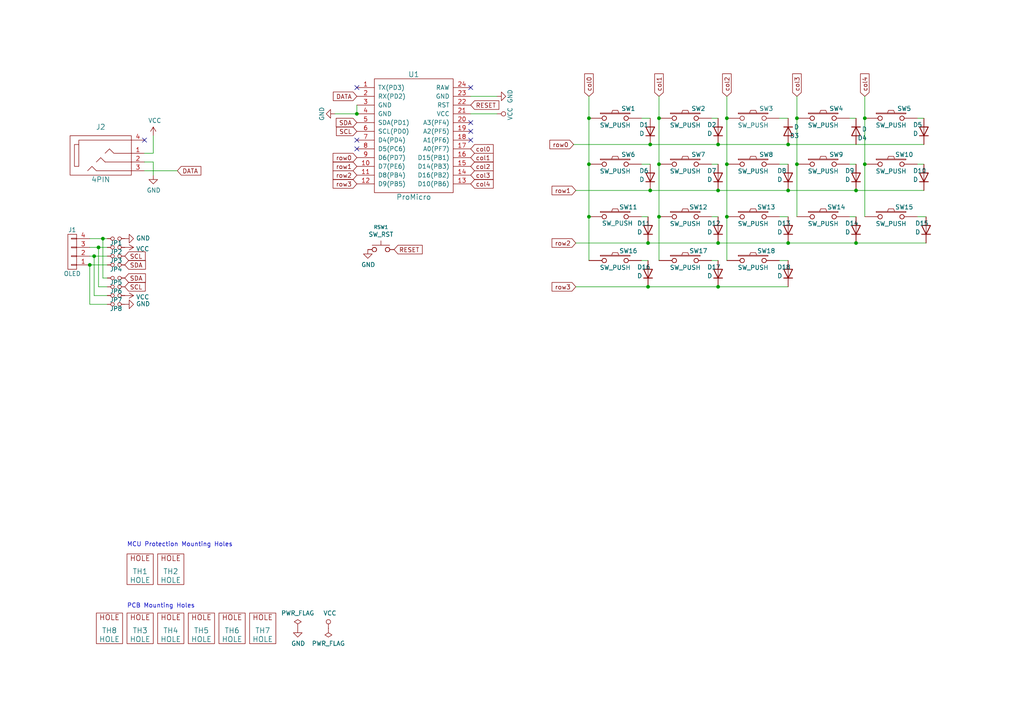
<source format=kicad_sch>
(kicad_sch (version 20211123) (generator eeschema)
  (paper "A4")
  (title_block (title "Yggdrasil") (rev "1.0.0") (company "LoyalPotato"))
  (lib_symbols
    (symbol "Device:D" (pin_numbers hide) (pin_names (offset 1.016) hide)
      (property "Reference" "D" (at 0 2.54 0))
      (property "Value" "D" (at 0 -2.54 0))
      (symbol "D_0_1"
        (polyline (pts (xy -1.27 1.27) (xy -1.27 -1.27)) (stroke (width 0.254)))
        (polyline (pts (xy 1.27 0) (xy -1.27 0)))
        (polyline (pts (xy 1.27 1.27) (xy 1.27 -1.27) (xy -1.27 0) (xy 1.27 1.27)) (stroke (width 0.254)))
      )
      (symbol "D_1_1"
        (pin passive line (at -3.81 0 0) (length 2.54) (name "K") (number "1"))
        (pin passive line (at 3.81 0 180) (length 2.54) (name "A") (number "2"))
      )
    )
    (symbol "Lily58:Device-Jumper_NO_Small" (pin_numbers hide) (pin_names (offset 0.762) hide)
      (property "Reference" "JP" (at 0 2.032 0))
      (property "Value" "Device-Jumper_NO_Small" (at 0.254 -1.524 0))
      (symbol "Device-Jumper_NO_Small_0_1"
        (circle (center -1.016 0) (radius 0.508))
        (circle (center 1.016 0) (radius 0.508))
        (pin passive line (at -2.54 0 0) (length 1.016) (name "1") (number "1"))
        (pin passive line (at 2.54 0 180) (length 1.016) (name "2") (number "2"))
      )
    )
    (symbol "Lily58:Lily58-cache-GND" (power) (pin_names (offset 0))
      (property "Value" "Lily58-cache-GND" (at 0 -3.81 0))
      (symbol "Lily58-cache-GND_1_1"
        (polyline (pts (xy 0 0) (xy 0 -1.27) (xy 1.27 -1.27) (xy 0 -2.54) (xy -1.27 -1.27) (xy 0 -1.27)))
        (pin power_in line (at 0 0 0) (length 0) hide (name "GND") (number "1"))
      )
    )
    (symbol "Lily58:Lily58-cache-HOLE" (pin_names (offset 1.016))
      (property "Reference" "U" (at 0 0 0))
      (property "Value" "Lily58-cache-HOLE" (at 0 -5.08 0))
      (symbol "Lily58-cache-HOLE_0_0"
        (text "HOLE" (at 0 3.81 0) (effects (font (size 1.524 1.524))))
      )
      (symbol "Lily58-cache-HOLE_0_1"
        (rectangle (start 3.81 5.08) (end -3.81 -3.81))
      )
    )
    (symbol "Lily58:Lily58-cache-MJ-4PP-9" (pin_names (offset 1.016))
      (property "Reference" "J" (at -8.89 -7.62 0))
      (property "Value" "Lily58-cache-MJ-4PP-9" (at -3.81 6.35 0))
      (symbol "Lily58-cache-MJ-4PP-9_0_1"
        (rectangle (start -7.62 2.54) (end -8.89 -3.81))
        (polyline (pts (xy 2.54 0) (xy 7.62 0)))
        (polyline (pts (xy -2.54 -5.08) (xy 7.62 -5.08) (xy 7.62 -5.08)))
        (polyline (pts (xy 0 -2.54) (xy -1.27 -1.27) (xy -2.54 -2.54)))
        (polyline (pts (xy 0 0) (xy 1.27 1.27) (xy 2.54 0)))
        (polyline (pts (xy 7.62 3.81) (xy -7.62 3.81) (xy -7.62 2.54)))
        (polyline (pts (xy -2.54 -5.08) (xy -3.81 -3.81) (xy -5.08 -5.08) (xy -5.08 -5.08)))
        (polyline (pts (xy 0 -2.54) (xy 7.62 -2.54) (xy 7.62 -2.54) (xy 7.62 -2.54)))
        (rectangle (start 7.62 -6.35) (end -10.16 5.08))
      )
      (symbol "Lily58-cache-MJ-4PP-9_1_1"
        (pin passive line (at 11.43 0 180) (length 3.81) (name "~") (number "1"))
        (pin passive line (at 11.43 -2.54 180) (length 3.81) (name "~") (number "2"))
        (pin passive line (at 11.43 -5.08 180) (length 3.81) (name "~") (number "3"))
        (pin passive line (at 11.43 3.81 180) (length 3.81) (name "~") (number "4"))
      )
    )
    (symbol "Lily58:Lily58-cache-OLED" (pin_names (offset 1.016) hide)
      (property "Reference" "J" (at 0 6.35 0))
      (property "Value" "Lily58-cache-OLED" (at 2.54 0 90))
      (symbol "Lily58-cache-OLED_0_1"
        (rectangle (start -1.27 -3.683) (end 0.254 -3.937))
        (rectangle (start -1.27 -1.143) (end 0.254 -1.397))
        (rectangle (start -1.27 1.397) (end 0.254 1.143))
        (rectangle (start -1.27 3.937) (end 0.254 3.683))
        (rectangle (start -1.27 5.08) (end 1.27 -5.08))
      )
      (symbol "Lily58-cache-OLED_1_1"
        (pin passive line (at -5.08 3.81 0) (length 3.81) (name "P1") (number "1"))
        (pin passive line (at -5.08 1.27 0) (length 3.81) (name "P2") (number "2"))
        (pin passive line (at -5.08 -1.27 0) (length 3.81) (name "P3") (number "3"))
        (pin passive line (at -5.08 -3.81 0) (length 3.81) (name "P4") (number "4"))
      )
    )
    (symbol "Lily58:Lily58-cache-PWR_FLAG" (power) (pin_numbers hide) (pin_names (offset 0) hide)
      (property "Value" "Lily58-cache-PWR_FLAG" (at 0 3.81 0))
      (symbol "Lily58-cache-PWR_FLAG_0_0"
        (pin power_out line (at 0 0 90) (length 0) (name "pwr") (number "1"))
      )
      (symbol "Lily58-cache-PWR_FLAG_0_1"
        (polyline (pts (xy 0 0) (xy 0 1.27) (xy -1.016 1.905) (xy 0 2.54) (xy 1.016 1.905) (xy 0 1.27)))
      )
    )
    (symbol "Lily58:Lily58-cache-ProMicro_2" (pin_names (offset 1.016))
      (property "Reference" "U" (at 0 17.78 0))
      (property "Value" "Lily58-cache-ProMicro_2" (at 0 -17.78 0))
      (symbol "Lily58-cache-ProMicro_2_0_1"
        (rectangle (start -11.43 16.51) (end 11.43 -16.51))
      )
      (symbol "Lily58-cache-ProMicro_2_1_1"
        (pin input line (at -16.51 13.97 0) (length 5.08) (name "TX(PD3)") (number "1"))
        (pin input line (at -16.51 -8.89 0) (length 5.08) (name "D7(PE6)") (number "10"))
        (pin input line (at -16.51 -11.43 0) (length 5.08) (name "D8(PB4)") (number "11"))
        (pin input line (at -16.51 -13.97 0) (length 5.08) (name "D9(PB5)") (number "12"))
        (pin input line (at 16.51 -13.97 180) (length 5.08) (name "D10(PB6)") (number "13"))
        (pin input line (at 16.51 -11.43 180) (length 5.08) (name "D16(PB2)") (number "14"))
        (pin input line (at 16.51 -8.89 180) (length 5.08) (name "D14(PB3)") (number "15"))
        (pin input line (at 16.51 -6.35 180) (length 5.08) (name "D15(PB1)") (number "16"))
        (pin input line (at 16.51 -3.81 180) (length 5.08) (name "A0(PF7)") (number "17"))
        (pin input line (at 16.51 -1.27 180) (length 5.08) (name "A1(PF6)") (number "18"))
        (pin input line (at 16.51 1.27 180) (length 5.08) (name "A2(PF5)") (number "19"))
        (pin input line (at -16.51 11.43 0) (length 5.08) (name "RX(PD2)") (number "2"))
        (pin input line (at 16.51 3.81 180) (length 5.08) (name "A3(PF4)") (number "20"))
        (pin input line (at 16.51 6.35 180) (length 5.08) (name "VCC") (number "21"))
        (pin input line (at 16.51 8.89 180) (length 5.08) (name "RST") (number "22"))
        (pin input line (at 16.51 11.43 180) (length 5.08) (name "GND") (number "23"))
        (pin input line (at 16.51 13.97 180) (length 5.08) (name "RAW") (number "24"))
        (pin input line (at -16.51 8.89 0) (length 5.08) (name "GND") (number "3"))
        (pin input line (at -16.51 6.35 0) (length 5.08) (name "GND") (number "4"))
        (pin input line (at -16.51 3.81 0) (length 5.08) (name "SDA(PD1)") (number "5"))
        (pin input line (at -16.51 1.27 0) (length 5.08) (name "SCL(PD0)") (number "6"))
        (pin input line (at -16.51 -1.27 0) (length 5.08) (name "D4(PD4)") (number "7"))
        (pin input line (at -16.51 -3.81 0) (length 5.08) (name "D5(PC6)") (number "8"))
        (pin input line (at -16.51 -6.35 0) (length 5.08) (name "D6(PD7)") (number "9"))
      )
    )
    (symbol "Lily58:Lily58-cache-SW_PUSH" (pin_numbers hide) (pin_names (offset 1.016) hide)
      (property "Reference" "SW" (at 3.81 2.794 0))
      (property "Value" "Lily58-cache-SW_PUSH" (at 0 -2.032 0))
      (symbol "Lily58-cache-SW_PUSH_0_1"
        (rectangle (start -4.318 1.27) (end 4.318 1.524))
        (polyline (pts (xy -1.016 1.524) (xy -0.762 2.286) (xy 0.762 2.286) (xy 1.016 1.524)))
        (pin passive inverted (at -7.62 0 0) (length 5.08) (name "1") (number "1"))
        (pin passive inverted (at 7.62 0 180) (length 5.08) (name "2") (number "2"))
      )
    )
    (symbol "Lily58:Lily58-cache-SW_RST" (pin_numbers hide) (pin_names (offset 1.016) hide)
      (property "Reference" "RSW" (at 2.54 2.54 0))
      (property "Value" "Lily58-cache-SW_RST" (at 0 -2.54 0))
      (symbol "Lily58-cache-SW_RST_0_1"
        (polyline (pts (xy -2.54 1.27) (xy 2.54 1.27)))
        (polyline (pts (xy 0 2.54) (xy 0 1.27)))
        (pin passive inverted (at -3.81 0 0) (length 2.54) (name "1") (number "1"))
        (pin passive inverted (at 3.81 0 180) (length 2.54) (name "2") (number "2"))
      )
    )
    (symbol "Lily58:Lily58-cache-VCC" (power) (pin_names (offset 0))
      (property "Value" "Lily58-cache-VCC" (at 0 3.81 0))
      (symbol "Lily58-cache-VCC_0_1"
        (polyline (pts (xy 0 0) (xy 0 1.27)))
        (circle (center 0 1.905) (radius 0.635))
      )
      (symbol "Lily58-cache-VCC_1_1"
        (pin power_in line (at 0 0 90) (length 0) hide (name "VCC") (number "1"))
      )
    )
    (symbol "power:GND" (power) (pin_names (offset 0))
      (property "Value" "GND" (at 0 -3.81 0))
      (symbol "GND_0_1"
        (polyline (pts (xy 0 0) (xy 0 -1.27) (xy 1.27 -1.27) (xy 0 -2.54) (xy -1.27 -1.27) (xy 0 -1.27)))
      )
      (symbol "GND_1_1"
        (pin power_in line (at 0 0 270) (length 0) hide (name "GND") (number "1"))
      )
    )
    (symbol "power:VCC" (power) (pin_names (offset 0))
      (property "Value" "VCC" (at 0 3.81 0))
      (symbol "VCC_0_1"
        (polyline (pts (xy -0.762 1.27) (xy 0 2.54)))
        (polyline (pts (xy 0 0) (xy 0 2.54)))
        (polyline (pts (xy 0 2.54) (xy 0.762 1.27)))
      )
      (symbol "VCC_1_1"
        (pin power_in line (at 0 0 90) (length 0) hide (name "VCC") (number "1"))
      )
    )
  )
  (junction (at 26.035 76.835))
  (junction (at 187.96 83.185))
  (junction (at 170.815 47.625))
  (junction (at 248.285 70.485))
  (junction (at 231.14 34.29))
  (junction (at 208.28 41.91))
  (junction (at 28.575 71.755))
  (junction (at 250.825 47.625))
  (junction (at 210.82 34.29))
  (junction (at 210.82 47.625))
  (junction (at 27.305 74.295))
  (junction (at 228.6 70.485))
  (junction (at 231.14 47.625))
  (junction (at 191.135 34.29))
  (junction (at 210.82 62.865))
  (junction (at 191.135 62.865))
  (junction (at 170.815 34.29))
  (junction (at 191.135 47.625))
  (junction (at 29.845 69.215))
  (junction (at 208.28 83.185))
  (junction (at 188.595 55.245))
  (junction (at 248.285 55.245))
  (junction (at 188.595 41.91))
  (junction (at 187.96 70.485))
  (junction (at 208.28 55.245))
  (junction (at 103.505 33.02))
  (junction (at 170.815 62.865))
  (junction (at 228.6 55.245))
  (junction (at 228.6 41.91))
  (junction (at 250.825 34.29))
  (junction (at 208.28 70.485))
  (no_connect (at 136.525 25.4))
  (no_connect (at 41.91 40.64))
  (no_connect (at 136.525 35.56))
  (no_connect (at 103.505 40.64))
  (no_connect (at 136.525 40.64))
  (no_connect (at 136.525 38.1))
  (no_connect (at 103.505 43.18))
  (no_connect (at 103.505 25.4))
  (wire (pts (xy 206.375 62.865) (xy 208.28 62.865)))
  (wire (pts (xy 44.45 46.99) (xy 44.45 50.8)))
  (wire (pts (xy 208.28 55.245) (xy 228.6 55.245)))
  (wire (pts (xy 250.825 34.29) (xy 250.825 47.625)))
  (wire (pts (xy 210.82 47.625) (xy 210.82 62.865)))
  (wire (pts (xy 103.505 30.48) (xy 103.505 33.02)))
  (wire (pts (xy 208.28 83.185) (xy 228.6 83.185)))
  (wire (pts (xy 170.815 62.865) (xy 170.815 75.565)))
  (wire (pts (xy 188.595 41.91) (xy 208.28 41.91)))
  (wire (pts (xy 231.14 47.625) (xy 231.14 62.865)))
  (wire (pts (xy 246.38 34.29) (xy 248.285 34.29)))
  (wire (pts (xy 26.035 74.295) (xy 27.305 74.295)))
  (wire (pts (xy 206.375 34.29) (xy 208.28 34.29)))
  (wire (pts (xy 228.6 70.485) (xy 248.285 70.485)))
  (wire (pts (xy 210.82 62.865) (xy 210.82 75.565)))
  (wire (pts (xy 206.375 75.565) (xy 208.28 75.565)))
  (wire (pts (xy 26.035 71.755) (xy 28.575 71.755)))
  (wire (pts (xy 166.37 41.91) (xy 188.595 41.91)))
  (wire (pts (xy 231.14 27.94) (xy 231.14 34.29)))
  (wire (pts (xy 191.135 34.29) (xy 191.135 47.625)))
  (wire (pts (xy 266.065 34.29) (xy 267.97 34.29)))
  (wire (pts (xy 167.005 83.185) (xy 187.96 83.185)))
  (wire (pts (xy 226.06 75.565) (xy 228.6 75.565)))
  (wire (pts (xy 226.06 62.865) (xy 228.6 62.865)))
  (wire (pts (xy 44.45 39.37) (xy 44.45 44.45)))
  (wire (pts (xy 231.14 34.29) (xy 231.14 47.625)))
  (wire (pts (xy 191.135 62.865) (xy 191.135 75.565)))
  (wire (pts (xy 226.06 47.625) (xy 228.6 47.625)))
  (wire (pts (xy 186.055 75.565) (xy 187.96 75.565)))
  (wire (pts (xy 26.035 76.835) (xy 26.035 88.265)))
  (wire (pts (xy 228.6 41.91) (xy 267.97 41.91)))
  (wire (pts (xy 29.845 80.645) (xy 31.115 80.645)))
  (wire (pts (xy 136.525 27.94) (xy 144.145 27.94)))
  (wire (pts (xy 210.82 27.94) (xy 210.82 34.29)))
  (wire (pts (xy 191.135 27.94) (xy 191.135 34.29)))
  (wire (pts (xy 191.135 47.625) (xy 191.135 62.865)))
  (wire (pts (xy 31.115 76.835) (xy 26.035 76.835)))
  (wire (pts (xy 246.38 62.865) (xy 248.285 62.865)))
  (wire (pts (xy 187.96 70.485) (xy 208.28 70.485)))
  (wire (pts (xy 266.065 47.625) (xy 267.97 47.625)))
  (wire (pts (xy 186.055 47.625) (xy 188.595 47.625)))
  (wire (pts (xy 248.285 55.245) (xy 267.97 55.245)))
  (wire (pts (xy 226.06 34.29) (xy 228.6 34.29)))
  (wire (pts (xy 210.82 34.29) (xy 210.82 47.625)))
  (wire (pts (xy 186.055 62.865) (xy 187.96 62.865)))
  (wire (pts (xy 246.38 47.625) (xy 248.285 47.625)))
  (wire (pts (xy 27.305 74.295) (xy 27.305 85.725)))
  (wire (pts (xy 27.305 74.295) (xy 31.115 74.295)))
  (wire (pts (xy 206.375 47.625) (xy 208.28 47.625)))
  (wire (pts (xy 29.845 69.215) (xy 31.115 69.215)))
  (wire (pts (xy 28.575 71.755) (xy 28.575 83.185)))
  (wire (pts (xy 41.91 46.99) (xy 44.45 46.99)))
  (wire (pts (xy 28.575 71.755) (xy 31.115 71.755)))
  (wire (pts (xy 41.91 49.53) (xy 51.435 49.53)))
  (wire (pts (xy 167.005 70.485) (xy 187.96 70.485)))
  (wire (pts (xy 170.815 47.625) (xy 170.815 62.865)))
  (wire (pts (xy 27.305 85.725) (xy 31.115 85.725)))
  (wire (pts (xy 26.035 69.215) (xy 29.845 69.215)))
  (wire (pts (xy 208.28 41.91) (xy 228.6 41.91)))
  (wire (pts (xy 44.45 44.45) (xy 41.91 44.45)))
  (wire (pts (xy 103.505 33.02) (xy 97.155 33.02)))
  (wire (pts (xy 136.525 33.02) (xy 144.145 33.02)))
  (wire (pts (xy 186.055 34.29) (xy 188.595 34.29)))
  (wire (pts (xy 187.96 83.185) (xy 208.28 83.185)))
  (wire (pts (xy 26.035 88.265) (xy 31.115 88.265)))
  (wire (pts (xy 228.6 55.245) (xy 248.285 55.245)))
  (wire (pts (xy 248.285 70.485) (xy 268.605 70.485)))
  (wire (pts (xy 266.065 62.865) (xy 268.605 62.865)))
  (wire (pts (xy 170.815 27.94) (xy 170.815 34.29)))
  (wire (pts (xy 208.28 70.485) (xy 228.6 70.485)))
  (wire (pts (xy 167.005 55.245) (xy 188.595 55.245)))
  (wire (pts (xy 28.575 83.185) (xy 31.115 83.185)))
  (wire (pts (xy 250.825 27.94) (xy 250.825 34.29)))
  (wire (pts (xy 170.815 34.29) (xy 170.815 47.625)))
  (wire (pts (xy 29.845 69.215) (xy 29.845 80.645)))
  (wire (pts (xy 250.825 47.625) (xy 250.825 62.865)))
  (wire (pts (xy 188.595 55.245) (xy 208.28 55.245)))
  (text "PCB Mounting Holes" (at 36.83 176.53 0) (effects (font (size 1.27 1.27)) (justify left bottom)))
  (text "MCU Protection Mounting Holes" (at 36.83 158.75 0) (effects (font (size 1.27 1.27)) (justify left bottom)))
  (global_label "SCL" (shape input) (at 36.195 74.295 0) (property "Intersheet References" "${INTERSHEET_REFS}" (effects hide)))
  (global_label "row0" (shape input) (at 103.505 45.72 180) (property "Intersheet References" "${INTERSHEET_REFS}" (effects hide)))
  (global_label "col2" (shape input) (at 136.525 48.26 0) (property "Intersheet References" "${INTERSHEET_REFS}" (effects hide)))
  (global_label "row0" (shape input) (at 166.37 41.91 180) (property "Intersheet References" "${INTERSHEET_REFS}" (effects hide)))
  (global_label "DATA" (shape input) (at 103.505 27.94 180) (property "Intersheet References" "${INTERSHEET_REFS}" (effects hide)))
  (global_label "RESET" (shape input) (at 114.3 72.39 0) (property "Intersheet References" "${INTERSHEET_REFS}" (effects hide)))
  (global_label "col4" (shape input) (at 250.825 27.94 90) (property "Intersheet References" "${INTERSHEET_REFS}" (effects hide)))
  (global_label "row1" (shape input) (at 167.005 55.245 180) (property "Intersheet References" "${INTERSHEET_REFS}" (effects hide)))
  (global_label "col4" (shape input) (at 136.525 53.34 0) (property "Intersheet References" "${INTERSHEET_REFS}" (effects hide)))
  (global_label "row2" (shape input) (at 103.505 50.8 180) (property "Intersheet References" "${INTERSHEET_REFS}" (effects hide)))
  (global_label "col2" (shape input) (at 210.82 27.94 90) (property "Intersheet References" "${INTERSHEET_REFS}" (effects hide)))
  (global_label "col0" (shape input) (at 170.815 27.94 90) (property "Intersheet References" "${INTERSHEET_REFS}" (effects hide)))
  (global_label "row1" (shape input) (at 103.505 48.26 180) (property "Intersheet References" "${INTERSHEET_REFS}" (effects hide)))
  (global_label "col3" (shape input) (at 136.525 50.8 0) (property "Intersheet References" "${INTERSHEET_REFS}" (effects hide)))
  (global_label "SDA" (shape input) (at 103.505 35.56 180) (property "Intersheet References" "${INTERSHEET_REFS}" (effects hide)))
  (global_label "row2" (shape input) (at 167.005 70.485 180) (property "Intersheet References" "${INTERSHEET_REFS}" (effects hide)))
  (global_label "SDA" (shape input) (at 36.195 80.645 0) (property "Intersheet References" "${INTERSHEET_REFS}" (effects hide)))
  (global_label "SDA" (shape input) (at 36.195 76.835 0) (property "Intersheet References" "${INTERSHEET_REFS}" (effects hide)))
  (global_label "DATA" (shape input) (at 51.435 49.53 0) (property "Intersheet References" "${INTERSHEET_REFS}" (effects hide)))
  (global_label "col1" (shape input) (at 191.135 27.94 90) (property "Intersheet References" "${INTERSHEET_REFS}" (effects hide)))
  (global_label "row3" (shape input) (at 167.005 83.185 180) (property "Intersheet References" "${INTERSHEET_REFS}" (effects hide)))
  (global_label "SCL" (shape input) (at 36.195 83.185 0) (property "Intersheet References" "${INTERSHEET_REFS}" (effects hide)))
  (global_label "RESET" (shape input) (at 136.525 30.48 0) (property "Intersheet References" "${INTERSHEET_REFS}" (effects hide)))
  (global_label "col1" (shape input) (at 136.525 45.72 0) (property "Intersheet References" "${INTERSHEET_REFS}" (effects hide)))
  (global_label "col0" (shape input) (at 136.525 43.18 0) (property "Intersheet References" "${INTERSHEET_REFS}" (effects hide)))
  (global_label "SCL" (shape input) (at 103.505 38.1 180) (property "Intersheet References" "${INTERSHEET_REFS}" (effects hide)))
  (global_label "row3" (shape input) (at 103.505 53.34 180) (property "Intersheet References" "${INTERSHEET_REFS}" (effects hide)))
  (global_label "col3" (shape input) (at 231.14 27.94 90) (property "Intersheet References" "${INTERSHEET_REFS}" (effects hide)))
  (symbol (lib_id "Lily58:Lily58-cache-SW_RST") (at 110.49 72.39 0) (unit 1)
    (property "Reference" "RSW1" (at 110.49 65.8876 0) (effects (font (size 1.016 1.016))))
    (property "Value" "SW_RST" (at 110.49 67.9958 0))
    (property "Footprint" "Lily58-footprint:TACT_SWITCH_TVBP06" (effects hide))
  )
  (symbol (lib_id "Lily58:Lily58-cache-SW_PUSH") (at 238.76 62.865 0) (unit 1)
    (property "Reference" "SW14" (at 242.57 60.071 0))
    (property "Value" "SW_PUSH" (at 238.76 64.897 0))
    (property "Footprint" "yggdrasil:Cherry_MX_Choc_Hotswap_MX_Spacing" (effects hide))
  )
  (symbol (lib_id "Device:D") (at 228.6 38.1 270) (unit 1)
    (property "Reference" "D3" (at 231.775 39.37 90) (effects (justify right)))
    (property "Value" "D" (at 231.775 36.83 90) (effects (justify right)))
    (property "Footprint" "Lily58-footprint:Diode_TH_SOD123" (effects hide))
  )
  (symbol (lib_id "Device:D") (at 187.96 66.675 90) (unit 1)
    (property "Reference" "D11" (at 184.785 64.77 90) (effects (justify right)))
    (property "Value" "D" (at 184.785 67.31 90) (effects (justify right)))
    (property "Footprint" "Lily58-footprint:Diode_TH_SOD123" (effects hide))
  )
  (symbol (lib_id "Lily58:Device-Jumper_NO_Small") (at 33.655 76.835 0) (unit 1)
    (property "Reference" "JP4" (at 33.655 78.105 0))
    (property "Value" "Jumper_NO_Small" (effects hide))
    (property "Footprint" "Lily58-footprint:Jumper" (effects hide))
  )
  (symbol (lib_id "Device:D") (at 208.28 66.675 90) (unit 1)
    (property "Reference" "D12" (at 205.105 64.77 90) (effects (justify right)))
    (property "Value" "D" (at 205.105 67.31 90) (effects (justify right)))
    (property "Footprint" "Lily58-footprint:Diode_TH_SOD123" (effects hide))
  )
  (symbol (lib_id "Device:D") (at 188.595 51.435 90) (unit 1)
    (property "Reference" "D6" (at 185.42 49.53 90) (effects (justify right)))
    (property "Value" "D" (at 185.42 52.07 90) (effects (justify right)))
    (property "Footprint" "Lily58-footprint:Diode_TH_SOD123" (effects hide))
  )
  (symbol (lib_id "Device:D") (at 208.28 38.1 90) (unit 1)
    (property "Reference" "D2" (at 205.105 36.195 90) (effects (justify right)))
    (property "Value" "D" (at 205.105 38.735 90) (effects (justify right)))
    (property "Footprint" "Lily58-footprint:Diode_TH_SOD123" (effects hide))
  )
  (symbol (lib_id "Lily58:Lily58-cache-GND") (at 97.155 33.02 270) (unit 1)
    (property "Reference" "#PWR0105" (effects hide))
    (property "Value" "GND" (at 93.345 33.02 0))
  )
  (symbol (lib_id "Lily58:Lily58-cache-HOLE") (at 76.2 182.88 0) (unit 1)
    (property "Reference" "TH7" (at 76.2 182.88 0) (effects (font (size 1.524 1.524))))
    (property "Value" "HOLE" (at 76.2 185.42 0) (effects (font (size 1.524 1.524))))
    (property "Footprint" "Lily58-footprint:HOLE_M2_TH" (effects hide))
  )
  (symbol (lib_id "Lily58:Lily58-cache-SW_PUSH") (at 238.76 47.625 0) (unit 1)
    (property "Reference" "SW9" (at 242.57 44.831 0))
    (property "Value" "SW_PUSH" (at 238.76 49.657 0))
    (property "Footprint" "yggdrasil:Cherry_MX_Choc_Hotswap_MX_Spacing" (effects hide))
  )
  (symbol (lib_id "Lily58:Lily58-cache-SW_PUSH") (at 198.755 47.625 0) (unit 1)
    (property "Reference" "SW7" (at 202.565 44.831 0))
    (property "Value" "SW_PUSH" (at 198.755 49.657 0))
    (property "Footprint" "yggdrasil:Cherry_MX_Choc_Hotswap_MX_Spacing" (effects hide))
  )
  (symbol (lib_id "Device:D") (at 228.6 79.375 90) (unit 1)
    (property "Reference" "D18" (at 225.425 77.47 90) (effects (justify right)))
    (property "Value" "D" (at 225.425 80.01 90) (effects (justify right)))
    (property "Footprint" "Lily58-footprint:Diode_TH_SOD123" (effects hide))
  )
  (symbol (lib_id "Lily58:Device-Jumper_NO_Small") (at 33.655 74.295 0) (unit 1)
    (property "Reference" "JP3" (at 33.655 75.565 0))
    (property "Value" "Jumper_NO_Small" (effects hide))
    (property "Footprint" "Lily58-footprint:Jumper" (effects hide))
  )
  (symbol (lib_id "Lily58:Device-Jumper_NO_Small") (at 33.655 80.645 0) (unit 1)
    (property "Reference" "JP5" (at 33.655 81.915 0))
    (property "Value" "Jumper_NO_Small" (effects hide))
    (property "Footprint" "Lily58-footprint:Jumper" (effects hide))
  )
  (symbol (lib_id "Device:D") (at 248.285 66.675 90) (unit 1)
    (property "Reference" "D14" (at 245.11 64.77 90) (effects (justify right)))
    (property "Value" "D" (at 245.11 67.31 90) (effects (justify right)))
    (property "Footprint" "Lily58-footprint:Diode_TH_SOD123" (effects hide))
  )
  (symbol (lib_id "Device:D") (at 228.6 51.435 90) (unit 1)
    (property "Reference" "D8" (at 225.425 49.53 90) (effects (justify right)))
    (property "Value" "D" (at 225.425 52.07 90) (effects (justify right)))
    (property "Footprint" "Lily58-footprint:Diode_TH_SOD123" (effects hide))
  )
  (symbol (lib_id "Lily58:Lily58-cache-HOLE") (at 31.75 182.88 0) (unit 1)
    (property "Reference" "TH8" (at 31.75 182.88 0) (effects (font (size 1.524 1.524))))
    (property "Value" "HOLE" (at 31.75 185.42 0) (effects (font (size 1.524 1.524))))
    (property "Footprint" "Lily58-footprint:HOLE_M2_TH" (effects hide))
  )
  (symbol (lib_id "Device:D") (at 267.97 38.1 90) (unit 1)
    (property "Reference" "D5" (at 264.795 36.195 90) (effects (justify right)))
    (property "Value" "D" (at 264.795 38.735 90) (effects (justify right)))
    (property "Footprint" "Lily58-footprint:Diode_TH_SOD123" (effects hide))
  )
  (symbol (lib_id "Lily58:Device-Jumper_NO_Small") (at 33.655 85.725 0) (unit 1)
    (property "Reference" "JP7" (at 33.655 86.995 0))
    (property "Value" "Jumper_NO_Small" (effects hide))
    (property "Footprint" "Lily58-footprint:Jumper" (effects hide))
  )
  (symbol (lib_id "Lily58:Lily58-cache-SW_PUSH") (at 258.445 62.865 0) (unit 1)
    (property "Reference" "SW15" (at 262.255 60.071 0))
    (property "Value" "SW_PUSH" (at 258.445 64.897 0))
    (property "Footprint" "yggdrasil:Cherry_MX_Choc_Hotswap_MX_Spacing" (effects hide))
  )
  (symbol (lib_id "power:VCC") (at 36.195 85.725 270) (unit 1)
    (property "Reference" "#PWR0108" (effects hide))
    (property "Value" "VCC" (at 39.4462 86.1568 90) (effects (justify left)))
  )
  (symbol (lib_id "Device:D") (at 267.97 51.435 90) (unit 1)
    (property "Reference" "D10" (at 264.795 49.53 90) (effects (justify right)))
    (property "Value" "D" (at 264.795 52.07 90) (effects (justify right)))
    (property "Footprint" "Lily58-footprint:Diode_TH_SOD123" (effects hide))
  )
  (symbol (lib_id "Lily58:Lily58-cache-HOLE") (at 40.64 165.735 0) (unit 1)
    (property "Reference" "TH1" (at 40.64 165.735 0) (effects (font (size 1.524 1.524))))
    (property "Value" "HOLE" (at 40.64 168.275 0) (effects (font (size 1.524 1.524))))
    (property "Footprint" "Lily58-footprint:HOLE_M2" (effects hide))
  )
  (symbol (lib_id "power:VCC") (at 36.195 71.755 270) (unit 1)
    (property "Reference" "#PWR0112" (effects hide))
    (property "Value" "VCC" (at 39.4462 72.1868 90) (effects (justify left)))
  )
  (symbol (lib_id "Lily58:Lily58-cache-SW_PUSH") (at 258.445 34.29 0) (unit 1)
    (property "Reference" "SW5" (at 262.255 31.496 0))
    (property "Value" "SW_PUSH" (at 258.445 36.322 0))
    (property "Footprint" "yggdrasil:Cherry_MX_Choc_Hotswap_MX_Spacing" (effects hide))
  )
  (symbol (lib_id "Lily58:Lily58-cache-SW_PUSH") (at 218.44 75.565 0) (unit 1)
    (property "Reference" "SW18" (at 222.25 72.771 0))
    (property "Value" "SW_PUSH" (at 218.44 77.597 0))
    (property "Footprint" "yggdrasil:Cherry_MX_Choc_Hotswap_MX_Spacing" (effects hide))
  )
  (symbol (lib_id "Lily58:Device-Jumper_NO_Small") (at 33.655 83.185 0) (unit 1)
    (property "Reference" "JP6" (at 33.655 84.455 0))
    (property "Value" "Jumper_NO_Small" (effects hide))
    (property "Footprint" "Lily58-footprint:Jumper" (effects hide))
  )
  (symbol (lib_id "Device:D") (at 268.605 66.675 90) (unit 1)
    (property "Reference" "D15" (at 265.43 64.77 90) (effects (justify right)))
    (property "Value" "D" (at 265.43 67.31 90) (effects (justify right)))
    (property "Footprint" "Lily58-footprint:Diode_TH_SOD123" (effects hide))
  )
  (symbol (lib_id "Lily58:Lily58-cache-SW_PUSH") (at 198.755 75.565 0) (unit 1)
    (property "Reference" "SW17" (at 202.565 72.771 0))
    (property "Value" "SW_PUSH" (at 198.755 77.597 0))
    (property "Footprint" "yggdrasil:Cherry_MX_Choc_Hotswap_MX_Spacing" (effects hide))
  )
  (symbol (lib_id "Lily58:Lily58-cache-SW_PUSH") (at 178.435 47.625 0) (unit 1)
    (property "Reference" "SW6" (at 182.245 44.831 0))
    (property "Value" "SW_PUSH" (at 178.435 49.657 0))
    (property "Footprint" "yggdrasil:Cherry_MX_Choc_Hotswap_MX_Spacing" (effects hide))
  )
  (symbol (lib_id "Lily58:Device-Jumper_NO_Small") (at 33.655 71.755 0) (unit 1)
    (property "Reference" "JP2" (at 33.655 73.025 0))
    (property "Value" "Jumper_NO_Small" (effects hide))
    (property "Footprint" "Lily58-footprint:Jumper" (effects hide))
  )
  (symbol (lib_id "Lily58:Lily58-cache-HOLE") (at 58.42 182.88 0) (unit 1)
    (property "Reference" "TH5" (at 58.42 182.88 0) (effects (font (size 1.524 1.524))))
    (property "Value" "HOLE" (at 58.42 185.42 0) (effects (font (size 1.524 1.524))))
    (property "Footprint" "Lily58-footprint:HOLE_M2_TH" (effects hide))
  )
  (symbol (lib_id "power:GND") (at 36.195 69.215 90) (unit 1)
    (property "Reference" "#PWR0111" (effects hide))
    (property "Value" "GND" (at 39.4462 69.088 90) (effects (justify right)))
  )
  (symbol (lib_id "Lily58:Lily58-cache-GND") (at 144.145 27.94 90) (unit 1)
    (property "Reference" "#PWR0101" (effects hide))
    (property "Value" "GND" (at 147.955 27.94 0))
  )
  (symbol (lib_id "Device:D") (at 208.28 79.375 90) (unit 1)
    (property "Reference" "D17" (at 205.105 77.47 90) (effects (justify right)))
    (property "Value" "D" (at 205.105 80.01 90) (effects (justify right)))
    (property "Footprint" "Lily58-footprint:Diode_TH_SOD123" (effects hide))
  )
  (symbol (lib_id "Lily58:Lily58-cache-SW_PUSH") (at 218.44 62.865 0) (unit 1)
    (property "Reference" "SW13" (at 222.25 60.071 0))
    (property "Value" "SW_PUSH" (at 218.44 64.897 0))
    (property "Footprint" "yggdrasil:Cherry_MX_Choc_Hotswap_MX_Spacing" (effects hide))
  )
  (symbol (lib_id "Lily58:Lily58-cache-MJ-4PP-9") (at 30.48 44.45 0) (unit 1)
    (property "Reference" "J2" (at 29.21 36.83 0) (effects (font (size 1.524 1.524))))
    (property "Value" "4PIN" (at 29.21 52.07 0) (effects (font (size 1.524 1.524))))
    (property "Footprint" "Lily58-footprint:MJ-4PP-9" (effects hide))
  )
  (symbol (lib_id "power:VCC") (at 44.45 39.37 0) (unit 1)
    (property "Reference" "#PWR0103" (effects hide))
    (property "Value" "VCC" (at 44.8818 34.9758 0))
  )
  (symbol (lib_id "Lily58:Lily58-cache-SW_PUSH") (at 178.435 75.565 0) (unit 1)
    (property "Reference" "SW16" (at 182.245 72.771 0))
    (property "Value" "SW_PUSH" (at 178.435 77.597 0))
    (property "Footprint" "yggdrasil:Cherry_MX_Choc_Hotswap_MX_Spacing" (effects hide))
  )
  (symbol (lib_id "Device:D") (at 208.28 51.435 90) (unit 1)
    (property "Reference" "D7" (at 205.105 49.53 90) (effects (justify right)))
    (property "Value" "D" (at 205.105 52.07 90) (effects (justify right)))
    (property "Footprint" "Lily58-footprint:Diode_TH_SOD123" (effects hide))
  )
  (symbol (lib_id "Lily58:Lily58-cache-VCC") (at 144.145 33.02 270) (unit 1)
    (property "Reference" "#PWR0102" (effects hide))
    (property "Value" "VCC" (at 147.955 33.02 0))
  )
  (symbol (lib_id "Lily58:Lily58-cache-SW_PUSH") (at 218.44 34.29 0) (unit 1)
    (property "Reference" "SW3" (at 222.25 31.496 0))
    (property "Value" "SW_PUSH" (at 218.44 36.322 0))
    (property "Footprint" "yggdrasil:Cherry_MX_Choc_Hotswap_MX_Spacing" (effects hide))
  )
  (symbol (lib_id "Lily58:Lily58-cache-SW_PUSH") (at 198.755 34.29 0) (unit 1)
    (property "Reference" "SW2" (at 202.565 31.496 0))
    (property "Value" "SW_PUSH" (at 198.755 36.322 0))
    (property "Footprint" "yggdrasil:Cherry_MX_Choc_Hotswap_MX_Spacing" (effects hide))
  )
  (symbol (lib_id "Device:D") (at 248.285 38.1 270) (unit 1)
    (property "Reference" "D4" (at 251.46 40.005 90) (effects (justify right)))
    (property "Value" "D" (at 251.46 37.465 90) (effects (justify right)))
    (property "Footprint" "Lily58-footprint:Diode_TH_SOD123" (effects hide))
  )
  (symbol (lib_id "Lily58:Lily58-cache-SW_PUSH") (at 218.44 47.625 0) (unit 1)
    (property "Reference" "SW8" (at 222.25 44.831 0))
    (property "Value" "SW_PUSH" (at 218.44 49.657 0))
    (property "Footprint" "yggdrasil:Cherry_MX_Choc_Hotswap_MX_Spacing" (effects hide))
  )
  (symbol (lib_id "Lily58:Lily58-cache-VCC") (at 95.25 182.245 0) (unit 1)
    (property "Reference" "#PWR0110" (effects hide))
    (property "Value" "Lily58-cache-VCC" (at 95.6818 177.8508 0))
  )
  (symbol (lib_id "Device:D") (at 188.595 38.1 90) (unit 1)
    (property "Reference" "D1" (at 185.42 36.195 90) (effects (justify right)))
    (property "Value" "D" (at 185.42 38.735 90) (effects (justify right)))
    (property "Footprint" "Lily58-footprint:Diode_TH_SOD123" (effects hide))
  )
  (symbol (lib_id "Lily58:Lily58-cache-SW_PUSH") (at 258.445 47.625 0) (unit 1)
    (property "Reference" "SW10" (at 262.255 44.831 0))
    (property "Value" "SW_PUSH" (at 258.445 49.657 0))
    (property "Footprint" "yggdrasil:Cherry_MX_Choc_Hotswap_MX_Spacing" (effects hide))
  )
  (symbol (lib_id "Device:D") (at 187.96 79.375 90) (unit 1)
    (property "Reference" "D16" (at 184.785 77.47 90) (effects (justify right)))
    (property "Value" "D" (at 184.785 80.01 90) (effects (justify right)))
    (property "Footprint" "Lily58-footprint:Diode_TH_SOD123" (effects hide))
  )
  (symbol (lib_id "Lily58:Lily58-cache-SW_PUSH") (at 198.755 62.865 0) (unit 1)
    (property "Reference" "SW12" (at 202.565 60.071 0))
    (property "Value" "SW_PUSH" (at 198.755 64.897 0))
    (property "Footprint" "yggdrasil:Cherry_MX_Choc_Hotswap_MX_Spacing" (effects hide))
  )
  (symbol (lib_id "Lily58:Lily58-cache-HOLE") (at 40.64 182.88 0) (unit 1)
    (property "Reference" "TH3" (at 40.64 182.88 0) (effects (font (size 1.524 1.524))))
    (property "Value" "HOLE" (at 40.64 185.42 0) (effects (font (size 1.524 1.524))))
    (property "Footprint" "Lily58-footprint:HOLE_M2_TH" (effects hide))
  )
  (symbol (lib_id "Lily58:Device-Jumper_NO_Small") (at 33.655 88.265 0) (unit 1)
    (property "Reference" "JP8" (at 33.655 89.535 0))
    (property "Value" "Jumper_NO_Small" (effects hide))
    (property "Footprint" "Lily58-footprint:Jumper" (effects hide))
  )
  (symbol (lib_id "Lily58:Lily58-cache-SW_PUSH") (at 178.435 62.865 0) (unit 1)
    (property "Reference" "SW11" (at 182.245 60.071 0))
    (property "Value" "SW_PUSH" (at 179.07 64.77 0))
    (property "Footprint" "yggdrasil:Cherry_MX_Choc_Hotswap_MX_Spacing" (effects hide))
  )
  (symbol (lib_id "Lily58:Lily58-cache-SW_PUSH") (at 238.76 34.29 0) (unit 1)
    (property "Reference" "SW4" (at 242.57 31.496 0))
    (property "Value" "SW_PUSH" (at 238.76 36.322 0))
    (property "Footprint" "yggdrasil:Cherry_MX_Choc_Hotswap_MX_Spacing" (effects hide))
  )
  (symbol (lib_id "Device:D") (at 248.285 51.435 90) (unit 1)
    (property "Reference" "D9" (at 245.11 49.53 90) (effects (justify right)))
    (property "Value" "D" (at 245.11 52.07 90) (effects (justify right)))
    (property "Footprint" "Lily58-footprint:Diode_TH_SOD123" (effects hide))
  )
  (symbol (lib_id "Lily58:Lily58-cache-ProMicro_2") (at 120.015 39.37 0) (unit 1)
    (property "Reference" "U1" (at 120.015 21.59 0) (effects (font (size 1.524 1.524))))
    (property "Value" "ProMicro" (at 120.015 57.15 0) (effects (font (size 1.524 1.524))))
    (property "Footprint" "yggdrasil:ProMicro_USB_C" (effects hide))
  )
  (symbol (lib_id "Lily58:Device-Jumper_NO_Small") (at 33.655 69.215 0) (unit 1)
    (property "Reference" "JP1" (at 33.655 70.485 0))
    (property "Value" "Jumper_NO_Small" (effects hide))
    (property "Footprint" "Lily58-footprint:Jumper" (effects hide))
  )
  (symbol (lib_id "Lily58:Lily58-cache-OLED") (at 20.955 73.025 180) (unit 1)
    (property "Reference" "J1" (at 20.955 66.675 0))
    (property "Value" "OLED" (at 20.955 79.375 0))
    (property "Footprint" "Lily58-footprint:OLED_4Pin" (effects hide))
  )
  (symbol (lib_id "power:GND") (at 44.45 50.8 0) (unit 1)
    (property "Reference" "#PWR0104" (effects hide))
    (property "Value" "GND" (at 44.577 55.1942 0))
  )
  (symbol (lib_id "Lily58:Lily58-cache-HOLE") (at 67.31 182.88 0) (unit 1)
    (property "Reference" "TH6" (at 67.31 182.88 0) (effects (font (size 1.524 1.524))))
    (property "Value" "HOLE" (at 67.31 185.42 0) (effects (font (size 1.524 1.524))))
    (property "Footprint" "Lily58-footprint:HOLE_M2_TH" (effects hide))
  )
  (symbol (lib_id "Lily58:Lily58-cache-PWR_FLAG") (at 86.36 182.245 0) (unit 1)
    (property "Reference" "#FLG0101" (effects hide))
    (property "Value" "PWR_FLAG" (at 86.36 177.8254 0))
  )
  (symbol (lib_id "Lily58:Lily58-cache-PWR_FLAG") (at 95.25 182.245 180) (unit 1)
    (property "Reference" "#FLG0102" (effects hide))
    (property "Value" "PWR_FLAG" (at 95.25 186.6392 0))
  )
  (symbol (lib_id "Lily58:Lily58-cache-HOLE") (at 49.53 165.735 0) (unit 1)
    (property "Reference" "TH2" (at 49.53 165.735 0) (effects (font (size 1.524 1.524))))
    (property "Value" "HOLE" (at 49.53 168.275 0) (effects (font (size 1.524 1.524))))
    (property "Footprint" "Lily58-footprint:HOLE_M2" (effects hide))
  )
  (symbol (lib_id "power:GND") (at 36.195 88.265 90) (unit 1)
    (property "Reference" "#PWR0107" (effects hide))
    (property "Value" "GND" (at 39.4462 88.138 90) (effects (justify right)))
  )
  (symbol (lib_id "Device:D") (at 228.6 66.675 90) (unit 1)
    (property "Reference" "D13" (at 225.425 64.77 90) (effects (justify right)))
    (property "Value" "D" (at 225.425 67.31 90) (effects (justify right)))
    (property "Footprint" "Lily58-footprint:Diode_TH_SOD123" (effects hide))
  )
  (symbol (lib_id "Lily58:Lily58-cache-SW_PUSH") (at 178.435 34.29 0) (unit 1)
    (property "Reference" "SW1" (at 182.245 31.496 0))
    (property "Value" "SW_PUSH" (at 178.435 36.322 0))
    (property "Footprint" "yggdrasil:Cherry_MX_Choc_Hotswap_MX_Spacing" (effects hide))
  )
  (symbol (lib_id "Lily58:Lily58-cache-HOLE") (at 49.53 182.88 0) (unit 1)
    (property "Reference" "TH4" (at 49.53 182.88 0) (effects (font (size 1.524 1.524))))
    (property "Value" "HOLE" (at 49.53 185.42 0) (effects (font (size 1.524 1.524))))
    (property "Footprint" "Lily58-footprint:HOLE_M2_TH" (effects hide))
  )
  (symbol (lib_id "Lily58:Lily58-cache-GND") (at 106.68 72.39 0) (unit 1)
    (property "Reference" "#PWR0106" (effects hide))
    (property "Value" "GND" (at 106.807 76.7842 0))
  )
  (symbol (lib_id "Lily58:Lily58-cache-GND") (at 86.36 182.245 0) (unit 1)
    (property "Reference" "#PWR0109" (effects hide))
    (property "Value" "GND" (at 86.487 186.6392 0))
  )
)
</source>
